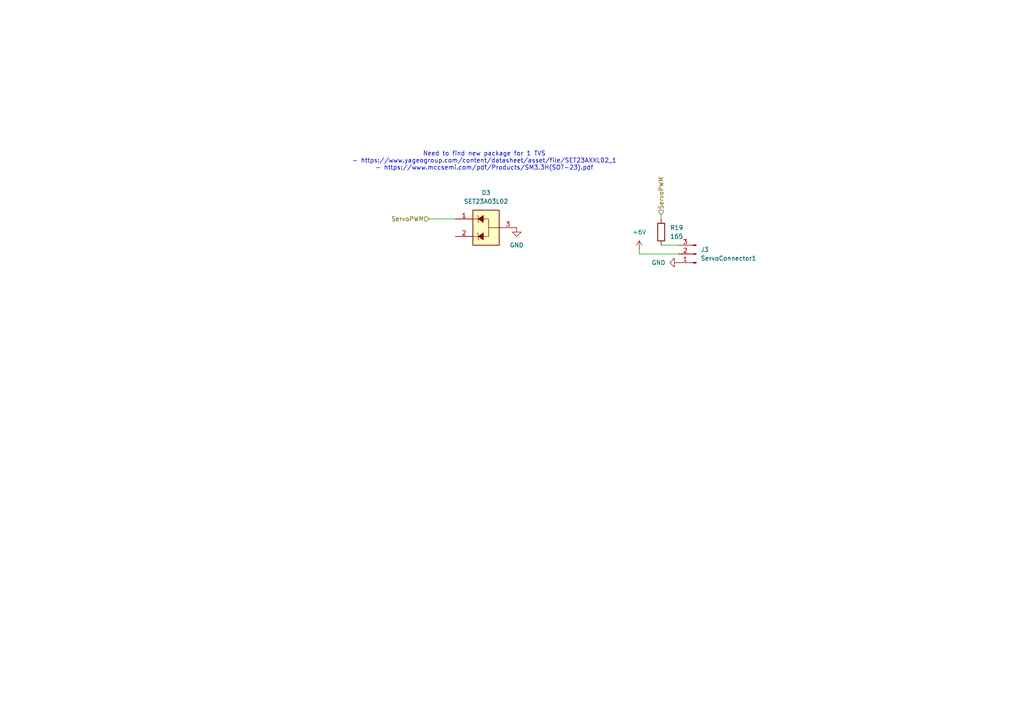
<source format=kicad_sch>
(kicad_sch (version 20250114) (generator "eeschema") (generator_version "9.0")
  (paper "A4")
  (lib_symbols
    (symbol "Connector:Conn_01x03_Pin" (pin_names (offset 1.016) (hide yes))
      (property "Reference" "J" (at 0 5.08 0))
      (property "Value" "Conn_01x03_Pin" (at 0 -5.08 0))
      (symbol "Conn_01x03_Pin_1_1"
        (rectangle (start 0.8636 2.667) (end 0 2.413) (stroke (width 0.1524)) (fill (type outline)))
        (rectangle (start 0.8636 0.127) (end 0 -0.127) (stroke (width 0.1524)) (fill (type outline)))
        (rectangle (start 0.8636 -2.413) (end 0 -2.667) (stroke (width 0.1524)) (fill (type outline)))
        (polyline (pts (xy 1.27 2.54) (xy 0.8636 2.54)) (stroke (width 0.1524)))
        (polyline (pts (xy 1.27 0) (xy 0.8636 0)) (stroke (width 0.1524)))
        (polyline (pts (xy 1.27 -2.54) (xy 0.8636 -2.54)) (stroke (width 0.1524)))
        (pin passive line (at 5.08 2.54 180) (length 3.81) (name "Pin_1") (number "1"))
        (pin passive line (at 5.08 0 180) (length 3.81) (name "Pin_2") (number "2"))
        (pin passive line (at 5.08 -2.54 180) (length 3.81) (name "Pin_3") (number "3"))
      )
    )
    (symbol "Device:R" (pin_numbers (hide yes)) (pin_names (offset 0))
      (property "Reference" "R" (at 2.032 0 90))
      (property "Value" "R" (at 0 0 90))
      (symbol "R_0_1"
        (rectangle (start -1.016 -2.54) (end 1.016 2.54) (stroke (width 0.254)))
      )
      (symbol "R_1_1"
        (pin passive line (at 0 3.81 270) (length 1.27) (name "~") (number "1"))
        (pin passive line (at 0 -3.81 90) (length 1.27) (name "~") (number "2"))
      )
    )
    (symbol "iclr:SET23A03L02"
      (property "Reference" "D1" (at 8.636 6.35 0))
      (property "Value" "SET23A03L02" (at 9.144 4.064 0))
      (symbol "SET23A03L02_0_1"
        (polyline (pts (xy 6.35 1.016) (xy 6.604 0.762) (xy 6.604 -0.762) (xy 6.858 -1.016)))
        (polyline (pts (xy 6.35 -4.064) (xy 6.604 -4.318) (xy 6.604 -5.842) (xy 6.858 -6.096)))
      )
      (symbol "SET23A03L02_1_1"
        (rectangle (start 5.08 2.54) (end 12.7 -7.62) (stroke (width 0.254)) (fill (type background)))
        (polyline (pts (xy 5.08 0) (xy 9.652 0) (xy 9.652 -2.54)))
        (polyline (pts (xy 5.08 -5.08) (xy 9.652 -5.08) (xy 9.652 -2.54) (xy 12.7 -2.54)))
        (polyline (pts (xy 8.128 1.016) (xy 8.128 -1.016) (xy 6.604 0) (xy 8.128 1.016)) (fill (type outline)))
        (polyline (pts (xy 8.128 -4.064) (xy 8.128 -6.096) (xy 6.604 -5.08) (xy 8.128 -4.064)) (fill (type outline)))
        (pin passive line (at 0 0 0) (length 5.08) (name "") (number "1"))
        (pin passive line (at 0 -5.08 0) (length 5.08) (name "") (number "2"))
        (pin passive line (at 17.78 -2.54 180) (length 5.08) (name "") (number "3"))
      )
    )
    (symbol "power:+6V" (power) (pin_numbers (hide yes)) (pin_names (offset 0) (hide yes))
      (property "Value" "+6V" (at 0 3.556 0))
      (symbol "+6V_0_1"
        (polyline (pts (xy -0.762 1.27) (xy 0 2.54)))
        (polyline (pts (xy 0 2.54) (xy 0.762 1.27)))
        (polyline (pts (xy 0 0) (xy 0 2.54)))
      )
      (symbol "+6V_1_1"
        (pin power_in line (at 0 0 90) (length 0) (name "~") (number "1"))
      )
    )
    (symbol "power:GND" (power) (pin_numbers (hide yes)) (pin_names (offset 0) (hide yes))
      (property "Value" "GND" (at 0 -3.81 0))
      (symbol "GND_0_1"
        (polyline (pts (xy 0 0) (xy 0 -1.27) (xy 1.27 -1.27) (xy 0 -2.54) (xy -1.27 -1.27) (xy 0 -1.27)))
      )
      (symbol "GND_1_1"
        (pin power_in line (at 0 0 270) (length 0) (name "~") (number "1"))
      )
    )
  )
  (text "Need to find new package for 1 TVS\n- https://www.yageogroup.com/content/datasheet/asset/file/SET23AXXL02_1\n- https://www.mccsemi.com/pdf/Products/SM3.3H(SOT-23).pdf" (at 140.462 46.736 0) (effects (font (size 1.27 1.27))))
  (wire (pts (xy 185.42 72.39) (xy 185.42 73.66)))
  (wire (pts (xy 196.85 73.66) (xy 185.42 73.66)))
  (wire (pts (xy 191.77 62.23) (xy 191.77 63.5)))
  (wire (pts (xy 124.46 63.5) (xy 132.08 63.5)))
  (wire (pts (xy 191.77 71.12) (xy 196.85 71.12)))
  (hierarchical_label "ServoPWM" (shape input) (at 124.46 63.5 180))
  (hierarchical_label "ServoPWM" (shape input) (at 191.77 62.23 90))
  (symbol (lib_id "Connector:Conn_01x03_Pin") (at 201.93 73.66 180) (unit 1)
    (property "Reference" "J3" (at 203.2 72.3899 0) (effects (justify right)))
    (property "Value" "ServoConnector1" (at 203.2 74.9299 0) (effects (justify right)))
    (property "Description" "Generic connector, single row, 01x03, script generated" (effects (hide yes)))
  )
  (symbol (lib_id "Device:R") (at 191.77 67.31 0) (unit 1)
    (property "Reference" "R19" (at 194.31 66.0399 0) (effects (justify left)))
    (property "Value" "165" (at 194.31 68.5799 0) (effects (justify left)))
    (property "Description" "Resistor" (effects (hide yes)))
  )
  (symbol (lib_id "power:GND") (at 196.85 76.2 270) (unit 1)
    (property "Reference" "#PWR016" (effects (hide yes)))
    (property "Value" "GND" (at 193.04 76.1999 90) (effects (justify right)))
    (property "Description" "Power symbol creates a global label with name \"GND\" , ground" (effects (hide yes)))
  )
  (symbol (lib_id "power:GND") (at 149.86 66.04 0) (unit 1)
    (property "Reference" "#PWR046" (effects (hide yes)))
    (property "Value" "GND" (at 149.86 71.12 0))
    (property "Description" "Power symbol creates a global label with name \"GND\" , ground" (effects (hide yes)))
  )
  (symbol (lib_id "iclr:SET23A03L02") (at 132.08 63.5 0) (unit 1)
    (property "Reference" "D3" (at 140.97 55.88 0))
    (property "Value" "SET23A03L02" (at 140.97 58.42 0))
    (property "Footprint" "SOT95P230X109-3N" (effects (hide yes)))
    (property "Datasheet" "https://www.mouser.co.uk/datasheet/3/508/1/SET23AXXL02_1.pdf" (effects (hide yes)))
    (property "Description" "ESD Protection Diodes / TVS Diodes TVS ESD SOIC-08 3.3V 76.8V" (effects (hide yes)))
    (property "Height" "1.09" (effects (hide yes)))
    (property "Mouser Part Number" "603-SET23A03L02" (effects (hide yes)))
    (property "Mouser Price/Stock" "https://www.mouser.co.uk/ProductDetail/YAGEO/SET23A03L02?qs=DRkmTr78QASD5DRaK8Y6sQ%3D%3D" (effects (hide yes)))
    (property "Manufacturer_Name" "YAGEO" (effects (hide yes)))
    (property "Manufacturer_Part_Number" "SET23A03L02" (effects (hide yes)))
    (property "Sim.Library" "${ICLR_HW}/spice/set23a03l02.lib" (effects (hide yes)))
    (property "Sim.Name" "SET23A03L02_2CH" (effects (hide yes)))
    (property "Sim.Device" "SUBCKT" (effects (hide yes)))
    (property "Sim.Pins" "1=1 2=2 3=3" (effects (hide yes)))
  )
  (symbol (lib_id "power:+6V") (at 185.42 72.39 0) (unit 1)
    (property "Reference" "#PWR028" (effects (hide yes)))
    (property "Value" "+6V" (at 185.42 67.31 0))
    (property "Description" "Power symbol creates a global label with name \"+6V\"" (effects (hide yes)))
  )
)
</source>
